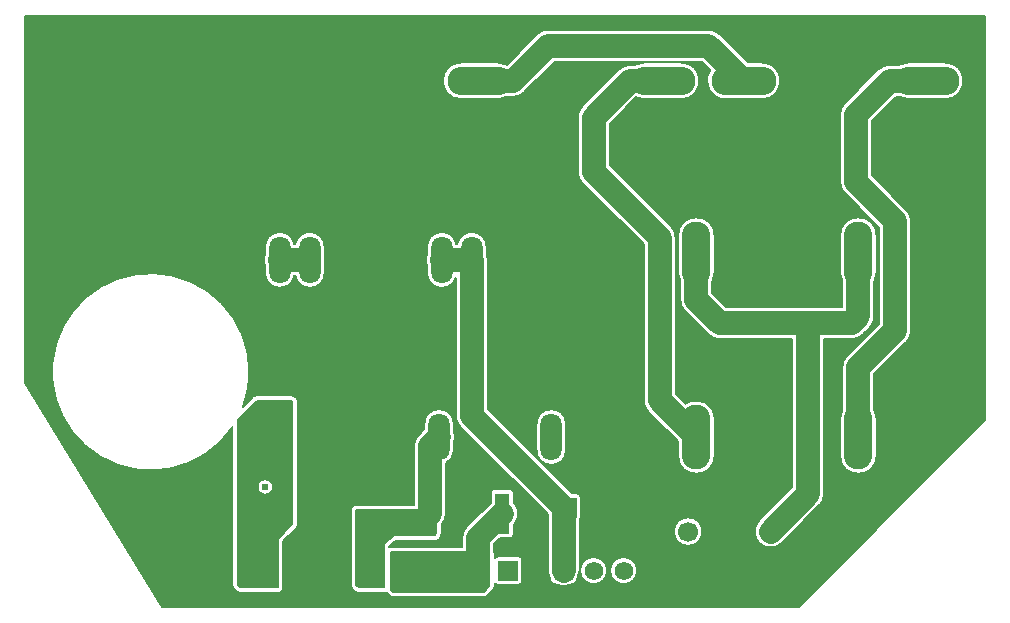
<source format=gtl>
G04 Layer: TopLayer*
G04 EasyEDA Pro v2.2.32.3, 2024-10-26 20:26:31*
G04 Gerber Generator version 0.3*
G04 Scale: 100 percent, Rotated: No, Reflected: No*
G04 Dimensions in millimeters*
G04 Leading zeros omitted, absolute positions, 3 integers and 5 decimals*
%FSLAX35Y35*%
%MOMM*%
%ADD10C,0.2032*%
%ADD11R,1.7X1.7*%
%ADD12C,1.7*%
%ADD13R,1.7X1.7*%
%ADD14C,1.5748*%
%ADD15R,1.5748X1.5748*%
%ADD16O,5.4991X2.4003*%
%ADD17O,2.4003X5.4991*%
%ADD18O,1.8038X4.0*%
%ADD19O,1.8X4.0*%
%ADD20R,0.6X2.99999*%
%ADD21R,1.1X2.99999*%
%ADD22R,1.28252X3.456*%
%ADD23C,1.0*%
%ADD24C,0.61*%
%ADD25C,2.0*%
G75*


G04 Copper Start*
G36*
G01X2757405Y6513303D02*
G01X10885761Y6513303D01*
G01X10885761Y3087073D01*
G01X9306743Y1508055D01*
G01X3916500Y1508055D01*
G01X2757405Y3407137D01*
G01X2757405Y6513303D01*
G37*
%LPC*%
G36*
G01X4510786Y1689100D02*
G03X4521276Y1663776I35814J0D01*
G01X4546676Y1638376D01*
G03X4572000Y1627886I25324J25324D01*
G01X4904157Y1627886D01*
G03X4939971Y1663700I0J35814D01*
G01X4939971Y1666333D01*
G03X4942214Y1678808I-33571J12475D01*
G01X4942214Y1978807D01*
G03X4939971Y1991283I-35814J0D01*
G01X4939971Y2063123D01*
G01X5054524Y2177677D01*
G03X5065014Y2203001I-25324J25324D01*
G01X5065014Y3251200D01*
G03X5054524Y3276524I-35814J0D01*
G01X5041824Y3289224D01*
G03X5016500Y3299714I-25324J-25324D01*
G01X4711700Y3299714D01*
G03X4686376Y3289224I0J-35814D01*
G01X4602095Y3204944D01*
G03X3077641Y3883541I-782432J293908D01*
G03X4510786Y3028819I742022J-384689D01*
G01X4510786Y1689100D01*
G37*
G36*
G01X5043273Y4310586D02*
G03X5292224Y4336400I123137J25814D01*
G01X5292224Y4402820D01*
G03X5292224Y4489980I-128632J43580D01*
G01X5292224Y4556400D01*
G03X5043273Y4582214I-125814J0D01*
G01X5035548Y4582214D01*
G03X4786597Y4556400I-123137J-25814D01*
G01X4786597Y4497550D01*
G03X4786597Y4395250I125814J-51150D01*
G01X4786597Y4336400D01*
G03X5035548Y4310586I125814J0D01*
G01X5043273Y4310586D01*
G37*
G36*
G01X6047257Y2372614D02*
G01X5549900Y2372614D01*
G03X5514086Y2336800I0J-35814D01*
G01X5514086Y1689100D01*
G03X5524576Y1663776I35814J0D01*
G01X5549976Y1638376D01*
G03X5575300Y1627886I25324J25324D01*
G01X5803900Y1627886D01*
G03X5813572Y1629217I0J35814D01*
G03X5816676Y1625676I28428J21783D01*
G01X5842076Y1600276D01*
G03X5867400Y1589786I25324J25324D01*
G01X6642100Y1589786D01*
G03X6667424Y1600276I0J35814D01*
G01X6723344Y1656196D01*
G03X6733834Y1681520I-25324J25324D01*
G01X6733834Y1706972D01*
G03X6760300Y1695286I26466J24129D01*
G01X6930300Y1695286D01*
G03X6966114Y1731100I0J35814D01*
G01X6966114Y1901100D01*
G03X6930300Y1936914I-35814J0D01*
G01X6760300Y1936914D01*
G03X6733834Y1925228I0J-35814D01*
G01X6733834Y1955089D01*
G03X6727114Y1975974I-35814J0D01*
G01X6727114Y2037415D01*
G01X6779785Y2090086D01*
G01X6860455Y2090086D01*
G03X6896269Y2125900I0J35814D01*
G01X6896269Y2206736D01*
G03X6896269Y2390664I-99940J91964D01*
G01X6896269Y2471500D01*
G03X6860455Y2507314I-35814J0D01*
G01X6732203Y2507314D01*
G03X6696389Y2471500I0J-35814D01*
G01X6696389Y2390830D01*
G01X6495265Y2189706D01*
G03X6455486Y2093671I96035J-96035D01*
G01X6455486Y2017014D01*
G01X5842000Y2017014D01*
G01X5839714Y2016941D01*
G01X5839714Y2017216D01*
G01X5889776Y2067227D01*
G01X6235700Y2067227D01*
G03X6271332Y2099440I0J35814D01*
G03X6283011Y2125900I-24135J26460D01*
G01X6283011Y2206736D01*
G03X6318885Y2298700I-99940J91964D01*
G01X6318885Y2724643D01*
G03X6386910Y2836400I-57790J111756D01*
G01X6386910Y2895250D01*
G03X6386910Y2997550I-125814J51150D01*
G01X6386910Y3056400D01*
G03X6135282Y3056400I-125814J0D01*
G01X6135282Y3012656D01*
G01X6087036Y2964411D01*
G03X6047257Y2868376I96035J-96035D01*
G01X6047257Y2372614D01*
G37*
G36*
G01X6402196Y3126689D02*
G03X6441976Y3030654I135814J0D01*
G01X7179386Y2293244D01*
G01X7179386Y1816100D01*
G03X7200646Y1743142I135814J0D01*
G01X7200646Y1737360D01*
G03X7236460Y1701546I35814J0D01*
G01X7242242Y1701546D01*
G03X7388158Y1701546I72958J114554D01*
G01X7393940Y1701546D01*
G03X7429754Y1737360I0J35814D01*
G01X7429754Y1743142D01*
G03X7451014Y1816100I-114554J72958D01*
G01X7451014Y2239266D01*
G03X7461414Y2264500I-25414J25234D01*
G01X7461414Y2434500D01*
G03X7425600Y2470314I-35814J0D01*
G01X7386456Y2470314D01*
G01X6673825Y3182945D01*
G01X6673825Y4446400D01*
G03X6663824Y4497550I-135814J0D01*
G01X6663824Y4556400D01*
G03X6414873Y4582214I-125814J0D01*
G01X6407148Y4582214D01*
G03X6158197Y4556400I-123137J-25814D01*
G01X6158197Y4497550D01*
G03X6158197Y4395250I125814J-51150D01*
G01X6158197Y4336400D01*
G03X6402196Y4293258I125814J0D01*
G01X6402196Y3126689D01*
G37*
G36*
G01X6758686Y6118479D02*
G01X6448806Y6118479D01*
G03X6448806Y5806821I0J-155829D01*
G01X6758686Y5806821D01*
G03X6835088Y5826836I0J155829D01*
G01X6886589Y5826836D01*
G03X6982624Y5866615I0J135814D01*
G01X7241295Y6125286D01*
G01X8484240Y6125286D01*
G01X8556828Y6052697D01*
G03X8684006Y5806821I127178J-90047D01*
G01X8993886Y5806821D01*
G03X8993886Y6118479I0J155829D01*
G01X8875187Y6118479D01*
G01X8636531Y6357135D01*
G03X8540496Y6396914I-96035J-96035D01*
G01X7185039Y6396914D01*
G03X7089004Y6357135I0J-135814D01*
G01X6832016Y6100147D01*
G03X6758686Y6118479I-73330J-137497D01*
G37*
G36*
G01X7336910Y2836400D02*
G01X7336910Y3056400D01*
G03X7085282Y3056400I-125814J0D01*
G01X7085282Y2836400D01*
G03X7336910Y2836400I125814J0D01*
G37*
G36*
G01X7992186Y3257296D02*
G03X8031965Y3161261I135814J0D01*
G01X8283321Y2909905D01*
G01X8283321Y2791206D01*
G03X8594979Y2791206I155829J0D01*
G01X8594979Y3101086D01*
G03X8349103Y3228264I-155829J0D01*
G01X8263814Y3313552D01*
G01X8263814Y4635500D01*
G03X8224035Y4731535I-135814J0D01*
G01X7705014Y5250556D01*
G01X7705014Y5595244D01*
G01X7931725Y5821955D01*
G03X7998714Y5806821I66989J140695D01*
G01X8308594Y5806821D01*
G03X8308594Y6118479I0J155829D01*
G01X7998714Y6118479D01*
G03X7922312Y6098464I0J-155829D01*
G01X7880350Y6098464D01*
G03X7784315Y6058685I0J-135814D01*
G01X7473165Y5747535D01*
G03X7433386Y5651500I96035J-96035D01*
G01X7433386Y5194300D01*
G03X7473165Y5098265I135814J0D01*
G01X7992186Y4579244D01*
G01X7992186Y3257296D01*
G37*
G36*
G01X7454646Y1816100D02*
G03X7683754Y1816100I114554J0D01*
G03X7454646Y1816100I-114554J0D01*
G37*
G36*
G01X7708646Y1816100D02*
G03X7937754Y1816100I114554J0D01*
G03X7708646Y1816100I-114554J0D01*
G37*
G36*
G01X8248486Y2146300D02*
G03X8490114Y2146300I120814J0D01*
G03X8248486Y2146300I-120814J0D01*
G37*
G36*
G01X9249486Y3775786D02*
G01X9249486Y2520056D01*
G01X8971765Y2242335D01*
G03X9163835Y2050265I96035J-96035D01*
G01X9481335Y2367765D01*
G03X9521114Y2463800I-96035J96035D01*
G01X9521114Y3775786D01*
G01X9753600Y3775786D01*
G03X9849635Y3815565I0J135814D01*
G01X9906785Y3872715D01*
G03X9946564Y3968750I-96035J96035D01*
G01X9946564Y4264712D01*
G03X9966579Y4341114I-135814J76402D01*
G01X9966579Y4650994D01*
G03X9654921Y4650994I-155829J0D01*
G01X9654921Y4341114D01*
G03X9674936Y4264712I155829J0D01*
G01X9674936Y4047414D01*
G01X8692256Y4047414D01*
G01X8574964Y4164706D01*
G01X8574964Y4264712D01*
G03X8594979Y4341114I-135814J76402D01*
G01X8594979Y4650994D01*
G03X8283321Y4650994I-155829J0D01*
G01X8283321Y4341114D01*
G03X8303336Y4264712I155829J0D01*
G01X8303336Y4108450D01*
G03X8343115Y4012415I135814J0D01*
G01X8539965Y3815565D01*
G03X8636000Y3775786I96035J96035D01*
G01X9249486Y3775786D01*
G37*
G36*
G01X9714715Y3632985D02*
G03X9674936Y3536950I96035J-96035D01*
G01X9674936Y3177488D01*
G03X9654921Y3101086I135814J-76402D01*
G01X9654921Y2791206D01*
G03X9966579Y2791206I155829J0D01*
G01X9966579Y3101086D01*
G03X9946564Y3177488I-155829J0D01*
G01X9946564Y3480694D01*
G01X10217935Y3752065D01*
G03X10257714Y3848100I-96035J96035D01*
G01X10257714Y4775200D01*
G03X10217935Y4871235I-135814J0D01*
G01X9927514Y5161656D01*
G01X9927514Y5620644D01*
G01X10133706Y5826836D01*
G01X10157512Y5826836D01*
G03X10233914Y5806821I76402J135814D01*
G01X10543794Y5806821D01*
G03X10543794Y6118479I0J155829D01*
G01X10233914Y6118479D01*
G03X10157512Y6098464I0J-155829D01*
G01X10077450Y6098464D01*
G03X9981415Y6058685I0J-135814D01*
G01X9695665Y5772935D01*
G03X9655886Y5676900I96035J-96035D01*
G01X9655886Y5105400D01*
G03X9695665Y5009365I135814J0D01*
G01X9986086Y4718944D01*
G01X9986086Y3904356D01*
G01X9714715Y3632985D01*
G37*
%LPD*%
G36*
G01X4896973Y2085142D02*
G03X4893997Y2077958I7184J-7184D01*
G01X4893997Y1673860D01*
G01X4576208Y1673860D01*
G01X4556760Y1693308D01*
G01X4556760Y3094592D01*
G01X4715908Y3253740D01*
G01X5012292Y3253740D01*
G01X5019040Y3246992D01*
G01X5019040Y2207210D01*
G01X4896973Y2085142D01*
G37*
%LPC*%
G36*
G01X4723091Y2524055D02*
G03X4855719Y2524055I66314J0D01*
G03X4723091Y2524055I-66314J0D01*
G37*
%LPD*%
G36*
G01X5874941Y2113201D02*
G03X5867757Y2110225I0J-10160D01*
G01X5796716Y2039184D01*
G03X5793740Y2032000I7184J-7184D01*
G01X5793740Y1673860D01*
G01X5579508Y1673860D01*
G01X5560060Y1693308D01*
G01X5560060Y2326640D01*
G01X6225540Y2326640D01*
G01X6225540Y2113201D01*
G01X5874941Y2113201D01*
G37*
G36*
G01X6637892Y1635760D02*
G01X5871608Y1635760D01*
G01X5852160Y1655208D01*
G01X5852160Y1971040D01*
G01X6667701Y1971040D01*
G01X6687860Y1950880D01*
G01X6687860Y1685729D01*
G01X6637892Y1635760D01*
G37*
G54D10*
G01X2757405Y6513303D02*
G01X10885761Y6513303D01*
G01X10885761Y3087073D01*
G01X9306743Y1508055D01*
G01X3916500Y1508055D01*
G01X2757405Y3407137D01*
G01X2757405Y6513303D01*
G01X4510786Y1689100D02*
G03X4521276Y1663776I35814J0D01*
G01X4546676Y1638376D01*
G03X4572000Y1627886I25324J25324D01*
G01X4904157Y1627886D01*
G03X4939971Y1663700I0J35814D01*
G01X4939971Y1666333D01*
G03X4942214Y1678808I-33571J12475D01*
G01X4942214Y1978807D01*
G03X4939971Y1991283I-35814J0D01*
G01X4939971Y2063123D01*
G01X5054524Y2177677D01*
G03X5065014Y2203001I-25324J25324D01*
G01X5065014Y3251200D01*
G03X5054524Y3276524I-35814J0D01*
G01X5041824Y3289224D01*
G03X5016500Y3299714I-25324J-25324D01*
G01X4711700Y3299714D01*
G03X4686376Y3289224I0J-35814D01*
G01X4602095Y3204944D01*
G03X3077641Y3883541I-782432J293908D01*
G03X4510786Y3028819I742022J-384689D01*
G01X4510786Y1689100D01*
G01X5043273Y4310586D02*
G03X5292224Y4336400I123137J25814D01*
G01X5292224Y4402820D01*
G03X5292224Y4489980I-128632J43580D01*
G01X5292224Y4556400D01*
G03X5043273Y4582214I-125814J0D01*
G01X5035548Y4582214D01*
G03X4786597Y4556400I-123137J-25814D01*
G01X4786597Y4497550D01*
G03X4786597Y4395250I125814J-51150D01*
G01X4786597Y4336400D01*
G03X5035548Y4310586I125814J0D01*
G01X5043273Y4310586D01*
G01X6047257Y2372614D02*
G01X5549900Y2372614D01*
G03X5514086Y2336800I0J-35814D01*
G01X5514086Y1689100D01*
G03X5524576Y1663776I35814J0D01*
G01X5549976Y1638376D01*
G03X5575300Y1627886I25324J25324D01*
G01X5803900Y1627886D01*
G03X5813572Y1629217I0J35814D01*
G03X5816676Y1625676I28428J21783D01*
G01X5842076Y1600276D01*
G03X5867400Y1589786I25324J25324D01*
G01X6642100Y1589786D01*
G03X6667424Y1600276I0J35814D01*
G01X6723344Y1656196D01*
G03X6733834Y1681520I-25324J25324D01*
G01X6733834Y1706972D01*
G03X6760300Y1695286I26466J24129D01*
G01X6930300Y1695286D01*
G03X6966114Y1731100I0J35814D01*
G01X6966114Y1901100D01*
G03X6930300Y1936914I-35814J0D01*
G01X6760300Y1936914D01*
G03X6733834Y1925228I0J-35814D01*
G01X6733834Y1955089D01*
G03X6727114Y1975974I-35814J0D01*
G01X6727114Y2037415D01*
G01X6779785Y2090086D01*
G01X6860455Y2090086D01*
G03X6896269Y2125900I0J35814D01*
G01X6896269Y2206736D01*
G03X6896269Y2390664I-99940J91964D01*
G01X6896269Y2471500D01*
G03X6860455Y2507314I-35814J0D01*
G01X6732203Y2507314D01*
G03X6696389Y2471500I0J-35814D01*
G01X6696389Y2390830D01*
G01X6495265Y2189706D01*
G03X6455486Y2093671I96035J-96035D01*
G01X6455486Y2017014D01*
G01X5842000Y2017014D01*
G01X5839714Y2016941D01*
G01X5839714Y2017216D01*
G01X5889776Y2067227D01*
G01X6235700Y2067227D01*
G03X6271332Y2099440I0J35814D01*
G03X6283011Y2125900I-24135J26460D01*
G01X6283011Y2206736D01*
G03X6318885Y2298700I-99940J91964D01*
G01X6318885Y2724643D01*
G03X6386910Y2836400I-57790J111756D01*
G01X6386910Y2895250D01*
G03X6386910Y2997550I-125814J51150D01*
G01X6386910Y3056400D01*
G03X6135282Y3056400I-125814J0D01*
G01X6135282Y3012656D01*
G01X6087036Y2964411D01*
G03X6047257Y2868376I96035J-96035D01*
G01X6047257Y2372614D01*
G01X6402196Y3126689D02*
G03X6441976Y3030654I135814J0D01*
G01X7179386Y2293244D01*
G01X7179386Y1816100D01*
G03X7200646Y1743142I135814J0D01*
G01X7200646Y1737360D01*
G03X7236460Y1701546I35814J0D01*
G01X7242242Y1701546D01*
G03X7388158Y1701546I72958J114554D01*
G01X7393940Y1701546D01*
G03X7429754Y1737360I0J35814D01*
G01X7429754Y1743142D01*
G03X7451014Y1816100I-114554J72958D01*
G01X7451014Y2239266D01*
G03X7461414Y2264500I-25414J25234D01*
G01X7461414Y2434500D01*
G03X7425600Y2470314I-35814J0D01*
G01X7386456Y2470314D01*
G01X6673825Y3182945D01*
G01X6673825Y4446400D01*
G03X6663824Y4497550I-135814J0D01*
G01X6663824Y4556400D01*
G03X6414873Y4582214I-125814J0D01*
G01X6407148Y4582214D01*
G03X6158197Y4556400I-123137J-25814D01*
G01X6158197Y4497550D01*
G03X6158197Y4395250I125814J-51150D01*
G01X6158197Y4336400D01*
G03X6402196Y4293258I125814J0D01*
G01X6402196Y3126689D01*
G01X6758686Y6118479D02*
G01X6448806Y6118479D01*
G03X6448806Y5806821I0J-155829D01*
G01X6758686Y5806821D01*
G03X6835088Y5826836I0J155829D01*
G01X6886589Y5826836D01*
G03X6982624Y5866615I0J135814D01*
G01X7241295Y6125286D01*
G01X8484240Y6125286D01*
G01X8556828Y6052697D01*
G03X8684006Y5806821I127178J-90047D01*
G01X8993886Y5806821D01*
G03X8993886Y6118479I0J155829D01*
G01X8875187Y6118479D01*
G01X8636531Y6357135D01*
G03X8540496Y6396914I-96035J-96035D01*
G01X7185039Y6396914D01*
G03X7089004Y6357135I0J-135814D01*
G01X6832016Y6100147D01*
G03X6758686Y6118479I-73330J-137497D01*
G01X7336910Y2836400D02*
G01X7336910Y3056400D01*
G03X7085282Y3056400I-125814J0D01*
G01X7085282Y2836400D01*
G03X7336910Y2836400I125814J0D01*
G01X7992186Y3257296D02*
G03X8031965Y3161261I135814J0D01*
G01X8283321Y2909905D01*
G01X8283321Y2791206D01*
G03X8594979Y2791206I155829J0D01*
G01X8594979Y3101086D01*
G03X8349103Y3228264I-155829J0D01*
G01X8263814Y3313552D01*
G01X8263814Y4635500D01*
G03X8224035Y4731535I-135814J0D01*
G01X7705014Y5250556D01*
G01X7705014Y5595244D01*
G01X7931725Y5821955D01*
G03X7998714Y5806821I66989J140695D01*
G01X8308594Y5806821D01*
G03X8308594Y6118479I0J155829D01*
G01X7998714Y6118479D01*
G03X7922312Y6098464I0J-155829D01*
G01X7880350Y6098464D01*
G03X7784315Y6058685I0J-135814D01*
G01X7473165Y5747535D01*
G03X7433386Y5651500I96035J-96035D01*
G01X7433386Y5194300D01*
G03X7473165Y5098265I135814J0D01*
G01X7992186Y4579244D01*
G01X7992186Y3257296D01*
G01X7454646Y1816100D02*
G03X7683754Y1816100I114554J0D01*
G03X7454646Y1816100I-114554J0D01*
G01X7708646Y1816100D02*
G03X7937754Y1816100I114554J0D01*
G03X7708646Y1816100I-114554J0D01*
G01X8248486Y2146300D02*
G03X8490114Y2146300I120814J0D01*
G03X8248486Y2146300I-120814J0D01*
G01X9249486Y3775786D02*
G01X9249486Y2520056D01*
G01X8971765Y2242335D01*
G03X9163835Y2050265I96035J-96035D01*
G01X9481335Y2367765D01*
G03X9521114Y2463800I-96035J96035D01*
G01X9521114Y3775786D01*
G01X9753600Y3775786D01*
G03X9849635Y3815565I0J135814D01*
G01X9906785Y3872715D01*
G03X9946564Y3968750I-96035J96035D01*
G01X9946564Y4264712D01*
G03X9966579Y4341114I-135814J76402D01*
G01X9966579Y4650994D01*
G03X9654921Y4650994I-155829J0D01*
G01X9654921Y4341114D01*
G03X9674936Y4264712I155829J0D01*
G01X9674936Y4047414D01*
G01X8692256Y4047414D01*
G01X8574964Y4164706D01*
G01X8574964Y4264712D01*
G03X8594979Y4341114I-135814J76402D01*
G01X8594979Y4650994D01*
G03X8283321Y4650994I-155829J0D01*
G01X8283321Y4341114D01*
G03X8303336Y4264712I155829J0D01*
G01X8303336Y4108450D01*
G03X8343115Y4012415I135814J0D01*
G01X8539965Y3815565D01*
G03X8636000Y3775786I96035J96035D01*
G01X9249486Y3775786D01*
G01X9714715Y3632985D02*
G03X9674936Y3536950I96035J-96035D01*
G01X9674936Y3177488D01*
G03X9654921Y3101086I135814J-76402D01*
G01X9654921Y2791206D01*
G03X9966579Y2791206I155829J0D01*
G01X9966579Y3101086D01*
G03X9946564Y3177488I-155829J0D01*
G01X9946564Y3480694D01*
G01X10217935Y3752065D01*
G03X10257714Y3848100I-96035J96035D01*
G01X10257714Y4775200D01*
G03X10217935Y4871235I-135814J0D01*
G01X9927514Y5161656D01*
G01X9927514Y5620644D01*
G01X10133706Y5826836D01*
G01X10157512Y5826836D01*
G03X10233914Y5806821I76402J135814D01*
G01X10543794Y5806821D01*
G03X10543794Y6118479I0J155829D01*
G01X10233914Y6118479D01*
G03X10157512Y6098464I0J-155829D01*
G01X10077450Y6098464D01*
G03X9981415Y6058685I0J-135814D01*
G01X9695665Y5772935D01*
G03X9655886Y5676900I96035J-96035D01*
G01X9655886Y5105400D01*
G03X9695665Y5009365I135814J0D01*
G01X9986086Y4718944D01*
G01X9986086Y3904356D01*
G01X9714715Y3632985D01*
G01X4896973Y2085142D02*
G03X4893997Y2077958I7184J-7184D01*
G01X4893997Y1673860D01*
G01X4576208Y1673860D01*
G01X4556760Y1693308D01*
G01X4556760Y3094592D01*
G01X4715908Y3253740D01*
G01X5012292Y3253740D01*
G01X5019040Y3246992D01*
G01X5019040Y2207210D01*
G01X4896973Y2085142D01*
G01X4723091Y2524055D02*
G03X4855719Y2524055I66314J0D01*
G03X4723091Y2524055I-66314J0D01*
G01X5874941Y2113201D02*
G03X5867757Y2110225I0J-10160D01*
G01X5796716Y2039184D01*
G03X5793740Y2032000I7184J-7184D01*
G01X5793740Y1673860D01*
G01X5579508Y1673860D01*
G01X5560060Y1693308D01*
G01X5560060Y2326640D01*
G01X6225540Y2326640D01*
G01X6225540Y2113201D01*
G01X5874941Y2113201D01*
G01X6637892Y1635760D02*
G01X5871608Y1635760D01*
G01X5852160Y1655208D01*
G01X5852160Y1971040D01*
G01X6667701Y1971040D01*
G01X6687860Y1950880D01*
G01X6687860Y1685729D01*
G01X6637892Y1635760D01*
G04 Copper End*

G04 Pad Start*
G54D11*
G01X7340600Y2349500D03*
G54D12*
G01X7594600Y2349500D03*
G54D11*
G01X8115300Y2146300D03*
G54D12*
G01X8369300Y2146300D03*
G54D11*
G01X8813800Y2146300D03*
G54D12*
G01X9067800Y2146300D03*
G54D13*
G01X6845300Y1816100D03*
G54D12*
G01X6591300Y1816100D03*
G54D14*
G01X7823200Y1816100D03*
G01X7569200Y1816100D03*
G54D15*
G01X7315200Y1816100D03*
G54D16*
G01X6603746Y5962650D03*
G01X6603746Y5202682D03*
G01X8153654Y5202682D03*
G01X8153654Y5962650D03*
G54D17*
G01X8439150Y4496054D03*
G01X7679182Y4496054D03*
G01X7679182Y2946146D03*
G01X8439150Y2946146D03*
G54D19*
G01X4889496Y2946400D03*
G01X5839496Y2946400D03*
G01X5837500Y4446400D03*
G01X4912411Y4446400D03*
G01X5166411Y4446400D03*
G01X6261096Y2946400D03*
G01X7211096Y2946400D03*
G01X7209100Y4446400D03*
G01X6284011Y4446400D03*
G01X6538011Y4446400D03*
G54D20*
G01X5873090Y1828808D03*
G54D21*
G01X5753100Y1828808D03*
G54D20*
G01X5633110Y1828808D03*
G01X4971390Y1828808D03*
G54D21*
G01X4851400Y1828808D03*
G54D20*
G01X4731410Y1828808D03*
G54D22*
G01X6183071Y2298700D03*
G01X6796329Y2298700D03*
G54D16*
G01X8838946Y5962650D03*
G01X8838946Y5202682D03*
G01X10388854Y5202682D03*
G01X10388854Y5962650D03*
G54D17*
G01X9810750Y4496054D03*
G01X9050782Y4496054D03*
G01X9050782Y2946146D03*
G01X9810750Y2946146D03*
G04 Pad End*

G04 Via Start*
G54D23*
G01X7213600Y2959100D03*
G01X8445500Y2884621D03*
G01X9817100Y2946400D03*
G01X5163592Y4446400D03*
G01X8826500Y5956300D03*
G54D24*
G01X4789405Y2524055D03*
G01X3265405Y4556055D03*
G01X3265405Y5064055D03*
G01X3265405Y5572055D03*
G01X3265405Y6080055D03*
G01X3773405Y2016055D03*
G01X3773405Y2524055D03*
G01X3773405Y4556055D03*
G01X3773405Y5064055D03*
G01X3773405Y5572055D03*
G01X3773405Y6080055D03*
G01X4281405Y2016055D03*
G01X4281405Y2524055D03*
G01X4281405Y4556055D03*
G01X4281405Y5064055D03*
G01X4281405Y5572055D03*
G01X4281405Y6080055D03*
G01X4789405Y3540055D03*
G01X4789405Y4048055D03*
G01X4789405Y5064055D03*
G01X4789405Y5572055D03*
G01X4789405Y6080055D03*
G01X5297405Y2016055D03*
G01X5297405Y5064055D03*
G01X5297405Y5572055D03*
G01X5297405Y6080055D03*
G01X5805405Y2524055D03*
G01X5805405Y3540055D03*
G01X5805405Y4048055D03*
G01X5805405Y5064055D03*
G01X5805405Y5572055D03*
G01X5805405Y6080055D03*
G01X6313405Y3540055D03*
G01X6313405Y4048055D03*
G01X6313405Y5064055D03*
G01X6313405Y5572055D03*
G01X6821405Y3540055D03*
G01X6821405Y4048055D03*
G01X6821405Y4556055D03*
G01X6821405Y5064055D03*
G01X6821405Y5572055D03*
G01X7329405Y3540055D03*
G01X7329405Y4048055D03*
G01X7329405Y5064055D03*
G01X7329405Y5572055D03*
G01X7329405Y6080055D03*
G01X7837405Y2016055D03*
G01X7837405Y3032055D03*
G01X7837405Y3540055D03*
G01X7837405Y4048055D03*
G01X7837405Y4556055D03*
G01X7837405Y5572055D03*
G01X8345405Y3540055D03*
G01X8345405Y5572055D03*
G01X8853405Y2016055D03*
G01X8853405Y2524055D03*
G01X8853405Y3032055D03*
G01X8853405Y3540055D03*
G01X8853405Y4556055D03*
G01X8853405Y5572055D03*
G01X9361405Y4556055D03*
G01X9361405Y5064055D03*
G01X9361405Y5572055D03*
G01X9361405Y6080055D03*
G01X9869405Y6080055D03*
G01X10377405Y3032055D03*
G01X10377405Y3540055D03*
G01X10377405Y4048055D03*
G01X10377405Y4556055D03*
G01X10377405Y5572055D03*
G04 Via End*

G04 Track Start*
G54D25*
G01X6538011Y4446400D02*
G01X6538011Y3126689D01*
G01X6538011Y4446400D02*
G01X6284011Y4446400D01*
G01X6796329Y2298700D02*
G01X6591300Y2093671D01*
G01X6591300Y1816100D01*
G01X6261096Y2946400D02*
G01X6183071Y2868376D01*
G01X6183071Y2298700D01*
G01X6538011Y3126689D02*
G01X7315200Y2349500D01*
G01X7315200Y1816100D01*
G01X8439150Y4108450D02*
G01X8439150Y4496054D01*
G01X8636000Y3911600D02*
G01X8439150Y4108450D01*
G01X9810750Y4496054D02*
G01X9810750Y3968750D01*
G01X9753600Y3911600D01*
G01X9810750Y2946146D02*
G01X9810750Y3536950D01*
G01X10121900Y4775200D02*
G01X9791700Y5105400D01*
G01X9791700Y5676900D01*
G01X10077450Y5962650D01*
G01X10388854Y5962650D01*
G01X9810750Y3536950D02*
G01X10121900Y3848100D01*
G01X10121900Y4775200D01*
G01X8838946Y5962650D02*
G01X8540496Y6261100D01*
G01X7185039Y6261100D01*
G01X6886589Y5962650D01*
G01X6603746Y5962650D01*
G01X8153654Y5962650D02*
G01X7880350Y5962650D01*
G01X7569200Y5651500D02*
G01X7569200Y5194300D01*
G01X8128000Y3257296D02*
G01X8439150Y2946146D01*
G01X7880350Y5962650D02*
G01X7569200Y5651500D01*
G01X7569200Y5194300D02*
G01X8128000Y4635500D01*
G01X8128000Y3257296D01*
G01X5163592Y4446400D02*
G01X4912411Y4446400D01*
G01X9067800Y2146300D02*
G01X9385300Y2463800D01*
G01X9385300Y3886200D01*
G01X9753600Y3911600D02*
G01X8636000Y3911600D01*
G04 Track End*

M02*


</source>
